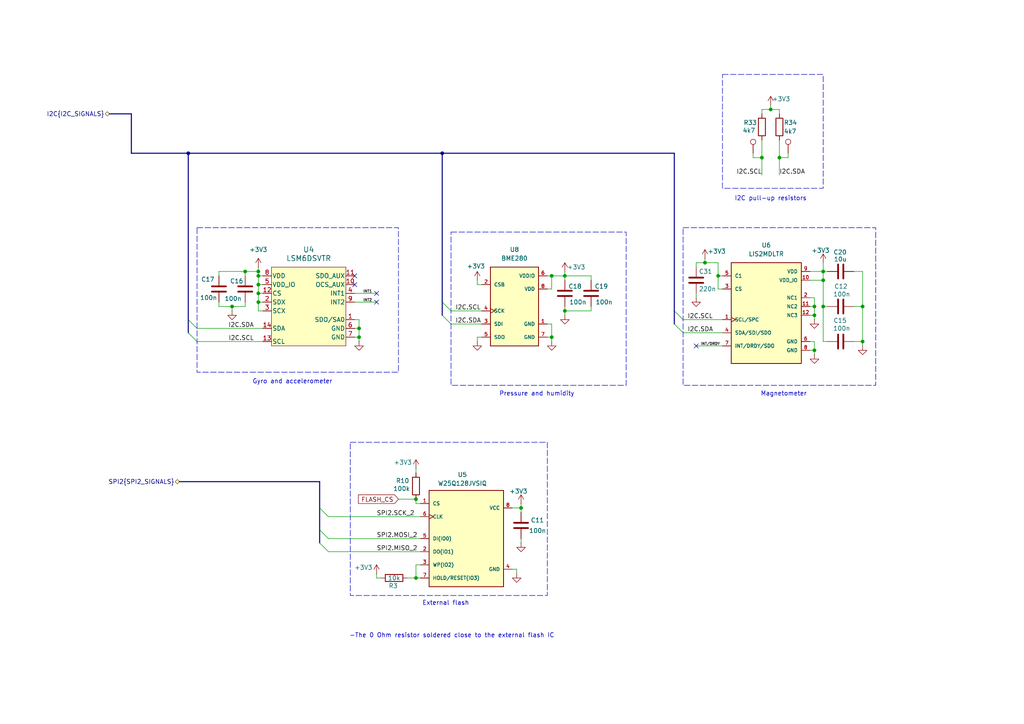
<source format=kicad_sch>
(kicad_sch (version 20250114) (generator "eeschema") (generator_version "9.0")
  (paper "A4")
  (lib_symbols
    (symbol "BME280_1" (pin_names (offset 1.016))
      (property "Reference" "U" (at -10.1662 13.3431 0))
      (property "Value" "BME280" (at -10.4223 -13.4744 0))
      (symbol "BME280_1_0_0"
        (pin input clock (at -12.7 0 0) (length 2.54) (name "SCK") (number "4"))
        (pin power_in line (at 6.35 10.16 180) (length 2.54) (name "VDDIO") (number "6"))
        (pin power_in line (at 6.35 6.35 180) (length 2.54) (name "VDD") (number "8"))
        (pin power_in line (at 6.35 -3.81 180) (length 2.54) (name "GND") (number "1"))
      )
      (symbol "BME280_1_1_0"
        (rectangle (start -10.16 12.7) (end 3.81 -10.16) (stroke (width 0.254)) (fill (type background)))
        (pin passive line (at -12.7 7.62 0) (length 2.54) (name "CSB") (number "2"))
        (pin bidirectional line (at -12.7 -3.81 0) (length 2.54) (name "SDI") (number "3"))
        (pin passive line (at -12.7 -7.62 0) (length 2.54) (name "SDO") (number "5"))
        (pin power_in line (at 6.35 -7.62 180) (length 2.54) (name "GND") (number "7"))
      )
    )
    (symbol "Connector:TestPoint" (pin_numbers (hide yes)) (pin_names (offset 0.762) (hide yes))
      (property "Reference" "TP" (at 0 6.858 0))
      (property "Value" "TestPoint" (at 0 5.08 0))
      (symbol "TestPoint_0_1"
        (circle (center 0 3.302) (radius 0.762))
      )
      (symbol "TestPoint_1_1"
        (pin passive line (at 0 0 90) (length 2.54) (name "1") (number "1"))
      )
    )
    (symbol "Device:C" (pin_numbers (hide yes)) (pin_names (offset 0.254))
      (property "Reference" "C" (at 0.635 2.54 0))
      (property "Value" "C" (at 0.635 -2.54 0))
      (symbol "C_0_1"
        (polyline (pts (xy -2.032 0.762) (xy 2.032 0.762)) (stroke (width 0.508)))
        (polyline (pts (xy -2.032 -0.762) (xy 2.032 -0.762)) (stroke (width 0.508)))
      )
      (symbol "C_1_1"
        (pin passive line (at 0 3.81 270) (length 2.794) (name "~") (number "1"))
        (pin passive line (at 0 -3.81 90) (length 2.794) (name "~") (number "2"))
      )
    )
    (symbol "Device:R" (pin_numbers (hide yes)) (pin_names (offset 0))
      (property "Reference" "R" (at 2.032 0 90))
      (property "Value" "R" (at 0 0 90))
      (symbol "R_0_1"
        (rectangle (start -1.016 -2.54) (end 1.016 2.54) (stroke (width 0.254)))
      )
      (symbol "R_1_1"
        (pin passive line (at 0 3.81 270) (length 1.27) (name "~") (number "1"))
        (pin passive line (at 0 -3.81 90) (length 1.27) (name "~") (number "2"))
      )
    )
    (symbol "gambos-symbols:LIS2MDLTR" (pin_names (offset 1.016))
      (property "Reference" "U" (at -15.24 13.716 0))
      (property "Value" "LIS2MDLTR" (at -15.24 -20.32 0))
      (symbol "LIS2MDLTR_0_0"
        (rectangle (start -15.24 12.7) (end 5.08 -16.51) (stroke (width 0.254)) (fill (type background)))
        (pin passive line (at -17.78 8.89 0) (length 2.54) (name "C1") (number "5"))
        (pin input line (at -17.78 5.08 0) (length 2.54) (name "CS") (number "3"))
        (pin input clock (at -17.78 -3.81 0) (length 2.54) (name "SCL/SPC") (number "1"))
        (pin bidirectional line (at -17.78 -7.62 0) (length 2.54) (name "SDA/SDI/SDO") (number "4"))
        (pin bidirectional line (at -17.78 -11.43 0) (length 2.54) (name "INT/DRDY/SDO") (number "7"))
        (pin power_in line (at 7.62 10.16 180) (length 2.54) (name "VDD") (number "9"))
        (pin power_in line (at 7.62 7.62 180) (length 2.54) (name "VDD_IO") (number "10"))
        (pin passive line (at 7.62 2.54 180) (length 2.54) (name "NC1") (number "2"))
        (pin passive line (at 7.62 0 180) (length 2.54) (name "NC2") (number "11"))
        (pin passive line (at 7.62 -2.54 180) (length 2.54) (name "NC3") (number "12"))
        (pin power_in line (at 7.62 -10.16 180) (length 2.54) (name "GND") (number "6"))
      )
      (symbol "LIS2MDLTR_1_0"
        (pin power_in line (at 7.62 -12.7 180) (length 2.54) (name "GND") (number "8"))
      )
    )
    (symbol "gambos-symbols:LSM6DSVTR" (pin_names (offset 0.254))
      (property "Reference" "U" (at 8.89 6.604 0))
      (property "Value" "LSM6DSVTR" (at 18.034 -21.082 0))
      (symbol "LSM6DSVTR_0_1"
        (pin power_in line (at 31.75 1.27 180) (length 2.54) (name "VDD") (number "8"))
        (pin power_in line (at 31.75 -1.27 180) (length 2.54) (name "VDD_IO") (number "5"))
      )
      (symbol "LSM6DSVTR_1_1"
        (rectangle (start 7.62 3.81) (end 29.21 -19.05) (fill (type color) (color 255 255 194 1)))
        (pin passive line (at 5.08 1.27 0) (length 2.54) (name "SDO_AUX") (number "11"))
        (pin passive line (at 5.08 -1.27 0) (length 2.54) (name "OCS_AUX") (number "10"))
        (pin output line (at 5.08 -3.81 0) (length 2.54) (name "INT1") (number "4"))
        (pin output line (at 5.08 -6.35 0) (length 2.54) (name "INT2") (number "9"))
        (pin passive line (at 5.08 -11.43 0) (length 2.54) (name "SDO/SA0") (number "1"))
        (pin power_in line (at 5.08 -13.97 0) (length 2.54) (name "GND") (number "6"))
        (pin power_in line (at 5.08 -16.51 0) (length 2.54) (name "GND") (number "7"))
        (pin passive line (at 31.75 -3.81 180) (length 2.54) (name "CS") (number "12"))
        (pin passive line (at 31.75 -6.35 180) (length 2.54) (name "SDX") (number "2"))
        (pin passive line (at 31.75 -8.89 180) (length 2.54) (name "SCX") (number "3"))
        (pin bidirectional line (at 31.75 -13.97 180) (length 2.54) (name "SDA") (number "14"))
        (pin bidirectional line (at 31.75 -17.78 180) (length 2.54) (name "SCL") (number "13"))
      )
    )
    (symbol "gambos-symbols:W25Q128JVSIQ" (pin_names (offset 1.016))
      (property "Reference" "U" (at -22.86 16.002 0))
      (property "Value" "W25Q128JVSIQ" (at -22.86 -17.526 0))
      (symbol "W25Q128JVSIQ_0_0"
        (rectangle (start -22.86 15.24) (end -1.27 -12.7) (stroke (width 0.254)) (fill (type background)))
        (pin input clock (at -25.4 7.62 0) (length 2.54) (name "CLK") (number "6"))
        (pin bidirectional line (at -25.4 1.27 0) (length 2.54) (name "DI(IO0)") (number "5"))
        (pin bidirectional line (at -25.4 -2.54 0) (length 2.54) (name "DO(IO1)") (number "2"))
        (pin power_in line (at 1.27 10.16 180) (length 2.54) (name "VCC") (number "8"))
        (pin power_in line (at 1.27 -7.62 180) (length 2.54) (name "GND") (number "4"))
      )
      (symbol "W25Q128JVSIQ_1_0"
        (pin input line (at -25.4 11.43 0) (length 2.54) (name "CS") (number "1"))
        (pin bidirectional line (at -25.4 -6.35 0) (length 2.54) (name "WP(IO2)") (number "3"))
        (pin bidirectional line (at -25.4 -10.16 0) (length 2.54) (name "HOLD/RESET(IO3)") (number "7"))
      )
    )
    (symbol "power:+3V3" (power) (pin_numbers (hide yes)) (pin_names (offset 0) (hide yes))
      (property "Value" "+3V3" (at 0 3.556 0))
      (symbol "+3V3_0_1"
        (polyline (pts (xy -0.762 1.27) (xy 0 2.54)))
        (polyline (pts (xy 0 2.54) (xy 0.762 1.27)))
        (polyline (pts (xy 0 0) (xy 0 2.54)))
      )
      (symbol "+3V3_1_1"
        (pin power_in line (at 0 0 90) (length 0) (name "~") (number "1"))
      )
    )
    (symbol "power:GND" (power) (pin_numbers (hide yes)) (pin_names (offset 0) (hide yes))
      (property "Value" "GND" (at 0 -3.81 0))
      (symbol "GND_0_1"
        (polyline (pts (xy 0 0) (xy 0 -1.27) (xy 1.27 -1.27) (xy 0 -2.54) (xy -1.27 -1.27) (xy 0 -1.27)))
      )
      (symbol "GND_1_1"
        (pin power_in line (at 0 0 270) (length 0) (name "~") (number "1"))
      )
    )
  )
  (rectangle (start 57.15 66.04) (end 115.57 107.95) (stroke (width 0) (type dash)))
  (rectangle (start 209.55 21.59) (end 238.76 54.61) (stroke (width 0) (type dash)))
  (rectangle (start 101.6 128.27) (end 158.75 172.72) (stroke (width 0) (type dash)))
  (rectangle (start 130.81 67.31) (end 181.61 111.76) (stroke (width 0) (type dash)))
  (rectangle (start 198.12 66.04) (end 254 111.76) (stroke (width 0) (type dash)))
  (text "-The 0 Ohm resistor soldered close to the external flash IC" (at 131.064 184.404 0) (effects (font (size 1.27 1.27) (thickness 0.1588))))
  (text "External flash" (at 129.286 175.006 0) (effects (font (size 1.27 1.27) (thickness 0.1588))))
  (text "Gyro and accelerometer" (at 84.836 110.744 0) (effects (font (size 1.27 1.27) (thickness 0.1588))))
  (text "Pressure and humidity" (at 155.702 114.3 0) (effects (font (size 1.27 1.27) (thickness 0.1588))))
  (text "Magnetometer" (at 227.33 114.3 0) (effects (font (size 1.27 1.27) (thickness 0.1588))))
  (text "I2C pull-up resistors" (at 223.52 57.658 0) (effects (font (size 1.27 1.27))))
  (junction (at 120.65 167.64))
  (junction (at 163.83 90.17))
  (junction (at 104.14 95.25))
  (junction (at 128.27 44.45))
  (junction (at 238.76 78.74))
  (junction (at 163.83 80.01))
  (junction (at 74.93 85.09))
  (junction (at 236.22 91.44))
  (junction (at 250.19 99.06))
  (junction (at 220.98 45.72))
  (junction (at 67.31 88.9))
  (junction (at 236.22 101.6))
  (junction (at 204.47 76.2))
  (junction (at 74.93 87.63))
  (junction (at 151.13 147.32))
  (junction (at 54.61 44.45))
  (junction (at 74.93 82.55))
  (junction (at 236.22 88.9))
  (junction (at 223.52 31.75))
  (junction (at 104.14 97.79))
  (junction (at 238.76 81.28))
  (junction (at 74.93 78.74))
  (junction (at 71.12 78.74))
  (junction (at 120.65 144.78))
  (junction (at 226.06 45.72))
  (junction (at 160.02 97.79))
  (junction (at 208.28 80.01))
  (junction (at 160.02 80.01))
  (junction (at 250.19 88.9))
  (junction (at 238.76 88.9))
  (junction (at 74.93 80.01))
  (no_connect (at 109.22 85.09))
  (no_connect (at 102.87 80.01))
  (no_connect (at 201.93 100.33))
  (no_connect (at 109.22 87.63))
  (no_connect (at 102.87 82.55))
  (bus_entry (at 128.27 91.44) (size 2.54 2.54))
  (bus_entry (at 92.71 157.48) (size 2.54 2.54))
  (bus_entry (at 195.58 93.98) (size 2.54 2.54))
  (bus_entry (at 128.27 87.63) (size 2.54 2.54))
  (bus_entry (at 195.58 90.17) (size 2.54 2.54))
  (bus_entry (at 92.71 153.67) (size 2.54 2.54))
  (bus_entry (at 57.15 95.25) (size -2.54 -2.54))
  (bus_entry (at 57.15 99.06) (size -2.54 -2.54))
  (bus_entry (at 92.71 147.32) (size 2.54 2.54))
  (wire (pts (xy 76.2 99.06) (xy 57.15 99.06)))
  (wire (pts (xy 220.98 31.75) (xy 220.98 33.02)))
  (wire (pts (xy 236.22 86.36) (xy 236.22 88.9)))
  (wire (pts (xy 74.93 78.74) (xy 74.93 80.01)))
  (wire (pts (xy 151.13 156.21) (xy 151.13 157.48)))
  (wire (pts (xy 74.93 82.55) (xy 74.93 80.01)))
  (wire (pts (xy 218.44 44.45) (xy 218.44 45.72)))
  (wire (pts (xy 63.5 87.63) (xy 63.5 88.9)))
  (wire (pts (xy 102.87 92.71) (xy 104.14 92.71)))
  (bus (pts (xy 195.58 90.17) (xy 195.58 93.98)))
  (wire (pts (xy 130.81 93.98) (xy 139.7 93.98)))
  (wire (pts (xy 171.45 80.01) (xy 163.83 80.01)))
  (wire (pts (xy 226.06 40.64) (xy 226.06 45.72)))
  (wire (pts (xy 220.98 31.75) (xy 223.52 31.75)))
  (wire (pts (xy 109.22 85.09) (xy 102.87 85.09)))
  (wire (pts (xy 238.76 76.2) (xy 238.76 78.74)))
  (wire (pts (xy 171.45 90.17) (xy 163.83 90.17)))
  (wire (pts (xy 121.92 163.83) (xy 120.65 163.83)))
  (wire (pts (xy 204.47 76.2) (xy 208.28 76.2)))
  (wire (pts (xy 208.28 80.01) (xy 209.55 80.01)))
  (bus (pts (xy 54.61 44.45) (xy 54.61 92.71)))
  (wire (pts (xy 228.6 44.45) (xy 228.6 45.72)))
  (wire (pts (xy 115.57 144.78) (xy 120.65 144.78)))
  (wire (pts (xy 76.2 80.01) (xy 74.93 80.01)))
  (wire (pts (xy 71.12 80.01) (xy 71.12 78.74)))
  (bus (pts (xy 128.27 44.45) (xy 128.27 87.63)))
  (wire (pts (xy 120.65 135.89) (xy 120.65 137.16)))
  (wire (pts (xy 148.59 147.32) (xy 151.13 147.32)))
  (wire (pts (xy 158.75 83.82) (xy 160.02 83.82)))
  (wire (pts (xy 223.52 30.48) (xy 223.52 31.75)))
  (wire (pts (xy 158.75 93.98) (xy 160.02 93.98)))
  (wire (pts (xy 240.03 78.74) (xy 238.76 78.74)))
  (bus (pts (xy 92.71 157.48) (xy 92.71 153.67)))
  (wire (pts (xy 158.75 80.01) (xy 160.02 80.01)))
  (wire (pts (xy 104.14 97.79) (xy 104.14 99.06)))
  (bus (pts (xy 195.58 44.45) (xy 195.58 90.17)))
  (wire (pts (xy 247.65 99.06) (xy 250.19 99.06)))
  (wire (pts (xy 63.5 80.01) (xy 63.5 78.74)))
  (wire (pts (xy 236.22 99.06) (xy 236.22 101.6)))
  (wire (pts (xy 95.25 160.02) (xy 121.92 160.02)))
  (wire (pts (xy 220.98 45.72) (xy 220.98 40.64)))
  (wire (pts (xy 198.12 96.52) (xy 209.55 96.52)))
  (wire (pts (xy 201.93 76.2) (xy 204.47 76.2)))
  (wire (pts (xy 236.22 101.6) (xy 236.22 102.87)))
  (wire (pts (xy 95.25 156.21) (xy 121.92 156.21)))
  (wire (pts (xy 238.76 78.74) (xy 238.76 81.28)))
  (wire (pts (xy 238.76 88.9) (xy 238.76 99.06)))
  (wire (pts (xy 130.81 90.17) (xy 139.7 90.17)))
  (bus (pts (xy 38.1 33.02) (xy 38.1 44.45)))
  (wire (pts (xy 138.43 97.79) (xy 138.43 99.06)))
  (wire (pts (xy 149.86 165.1) (xy 149.86 166.37)))
  (wire (pts (xy 71.12 78.74) (xy 63.5 78.74)))
  (wire (pts (xy 104.14 97.79) (xy 102.87 97.79)))
  (wire (pts (xy 204.47 74.93) (xy 204.47 76.2)))
  (wire (pts (xy 160.02 97.79) (xy 160.02 99.06)))
  (wire (pts (xy 74.93 87.63) (xy 74.93 85.09)))
  (wire (pts (xy 201.93 77.47) (xy 201.93 76.2)))
  (wire (pts (xy 226.06 33.02) (xy 226.06 31.75)))
  (wire (pts (xy 234.95 99.06) (xy 236.22 99.06)))
  (wire (pts (xy 208.28 83.82) (xy 209.55 83.82)))
  (wire (pts (xy 120.65 163.83) (xy 120.65 167.64)))
  (wire (pts (xy 76.2 90.17) (xy 74.93 90.17)))
  (wire (pts (xy 67.31 88.9) (xy 67.31 90.17)))
  (wire (pts (xy 234.95 88.9) (xy 236.22 88.9)))
  (bus (pts (xy 128.27 87.63) (xy 128.27 91.44)))
  (wire (pts (xy 120.65 167.64) (xy 121.92 167.64)))
  (wire (pts (xy 120.65 146.05) (xy 121.92 146.05)))
  (bus (pts (xy 54.61 44.45) (xy 38.1 44.45)))
  (wire (pts (xy 160.02 80.01) (xy 163.83 80.01)))
  (wire (pts (xy 201.93 100.33) (xy 209.55 100.33)))
  (wire (pts (xy 104.14 95.25) (xy 104.14 97.79)))
  (wire (pts (xy 148.59 165.1) (xy 149.86 165.1)))
  (wire (pts (xy 74.93 85.09) (xy 74.93 82.55)))
  (wire (pts (xy 247.65 78.74) (xy 250.19 78.74)))
  (wire (pts (xy 104.14 92.71) (xy 104.14 95.25)))
  (wire (pts (xy 171.45 88.9) (xy 171.45 90.17)))
  (wire (pts (xy 118.11 167.64) (xy 120.65 167.64)))
  (wire (pts (xy 240.03 99.06) (xy 238.76 99.06)))
  (wire (pts (xy 138.43 82.55) (xy 139.7 82.55)))
  (wire (pts (xy 198.12 92.71) (xy 209.55 92.71)))
  (wire (pts (xy 74.93 77.47) (xy 74.93 78.74)))
  (bus (pts (xy 92.71 139.7) (xy 92.71 147.32)))
  (wire (pts (xy 76.2 95.25) (xy 57.15 95.25)))
  (wire (pts (xy 234.95 86.36) (xy 236.22 86.36)))
  (wire (pts (xy 109.22 87.63) (xy 102.87 87.63)))
  (wire (pts (xy 138.43 81.28) (xy 138.43 82.55)))
  (wire (pts (xy 163.83 80.01) (xy 163.83 81.28)))
  (wire (pts (xy 120.65 144.78) (xy 120.65 146.05)))
  (wire (pts (xy 226.06 45.72) (xy 226.06 50.8)))
  (wire (pts (xy 250.19 88.9) (xy 250.19 99.06)))
  (wire (pts (xy 160.02 83.82) (xy 160.02 80.01)))
  (wire (pts (xy 201.93 85.09) (xy 201.93 86.36)))
  (wire (pts (xy 236.22 88.9) (xy 236.22 91.44)))
  (wire (pts (xy 139.7 97.79) (xy 138.43 97.79)))
  (wire (pts (xy 71.12 87.63) (xy 71.12 88.9)))
  (wire (pts (xy 163.83 90.17) (xy 163.83 91.44)))
  (wire (pts (xy 74.93 78.74) (xy 71.12 78.74)))
  (wire (pts (xy 163.83 78.74) (xy 163.83 80.01)))
  (wire (pts (xy 238.76 88.9) (xy 240.03 88.9)))
  (wire (pts (xy 102.87 95.25) (xy 104.14 95.25)))
  (wire (pts (xy 234.95 81.28) (xy 238.76 81.28)))
  (wire (pts (xy 208.28 76.2) (xy 208.28 80.01)))
  (wire (pts (xy 234.95 101.6) (xy 236.22 101.6)))
  (wire (pts (xy 109.22 167.64) (xy 110.49 167.64)))
  (wire (pts (xy 234.95 78.74) (xy 238.76 78.74)))
  (wire (pts (xy 208.28 83.82) (xy 208.28 80.01)))
  (wire (pts (xy 151.13 147.32) (xy 151.13 148.59)))
  (wire (pts (xy 163.83 90.17) (xy 163.83 88.9)))
  (wire (pts (xy 151.13 146.05) (xy 151.13 147.32)))
  (wire (pts (xy 236.22 91.44) (xy 236.22 92.71)))
  (wire (pts (xy 247.65 88.9) (xy 250.19 88.9)))
  (wire (pts (xy 158.75 97.79) (xy 160.02 97.79)))
  (bus (pts (xy 54.61 92.71) (xy 54.61 96.52)))
  (bus (pts (xy 52.07 139.7) (xy 92.71 139.7)))
  (wire (pts (xy 109.22 167.64) (xy 109.22 166.37)))
  (wire (pts (xy 67.31 88.9) (xy 63.5 88.9)))
  (wire (pts (xy 238.76 81.28) (xy 238.76 88.9)))
  (bus (pts (xy 92.71 153.67) (xy 92.71 147.32)))
  (wire (pts (xy 76.2 82.55) (xy 74.93 82.55)))
  (wire (pts (xy 226.06 45.72) (xy 228.6 45.72)))
  (wire (pts (xy 223.52 31.75) (xy 226.06 31.75)))
  (wire (pts (xy 250.19 99.06) (xy 250.19 100.33)))
  (wire (pts (xy 160.02 93.98) (xy 160.02 97.79)))
  (wire (pts (xy 234.95 91.44) (xy 236.22 91.44)))
  (wire (pts (xy 250.19 78.74) (xy 250.19 88.9)))
  (wire (pts (xy 74.93 90.17) (xy 74.93 87.63)))
  (bus (pts (xy 54.61 44.45) (xy 128.27 44.45)))
  (bus (pts (xy 128.27 44.45) (xy 195.58 44.45)))
  (wire (pts (xy 218.44 45.72) (xy 220.98 45.72)))
  (wire (pts (xy 71.12 88.9) (xy 67.31 88.9)))
  (wire (pts (xy 95.25 149.86) (xy 121.92 149.86)))
  (wire (pts (xy 220.98 45.72) (xy 220.98 50.8)))
  (wire (pts (xy 76.2 85.09) (xy 74.93 85.09)))
  (wire (pts (xy 76.2 87.63) (xy 74.93 87.63)))
  (bus (pts (xy 38.1 33.02) (xy 31.75 33.02)))
  (wire (pts (xy 171.45 81.28) (xy 171.45 80.01)))
  (label "I2C.SCL" (at 73.66 99.06 180))
  (label "INT2" (at 107.95 87.63 180) (effects (font (size 0.762 0.762))))
  (label "SPI2.MOSI_2" (at 109.22 156.21 0))
  (label "I2C.SDA" (at 73.66 95.25 180))
  (label "I2C.SDA" (at 199.39 96.52 0))
  (label "I2C.SCL" (at 220.98 50.8 180))
  (label "SPI2.SCK_2" (at 109.22 149.86 0))
  (label "I2C.SDA" (at 132.08 93.98 0))
  (label "SPI2.MISO_2" (at 109.22 160.02 0))
  (label "INT{slash}DRDY" (at 203.2 100.33 0) (effects (font (size 0.762 0.762))))
  (label "I2C.SDA" (at 226.06 50.8 0))
  (label "I2C.SCL" (at 132.08 90.17 0))
  (label "I2C.SCL" (at 199.39 92.71 0))
  (label "INT1" (at 107.95 85.09 180) (effects (font (size 0.762 0.762))))
  (global_label "FLASH_CS" (shape input) (at 115.57 144.78 180) (property "Intersheetrefs" "${INTERSHEET_REFS}" (effects (hide yes))))
  (hierarchical_label "I2C{I2C_SIGNALS}" (shape bidirectional) (at 31.75 33.02 180))
  (hierarchical_label "SPI2{SPI2_SIGNALS}" (shape bidirectional) (at 52.07 139.7 180))
  (symbol (lib_id "power:GND") (at 149.86 166.37 0) (unit 1)
    (property "Reference" "#PWR062" (effects (hide yes)))
    (property "Value" "GND" (effects (hide yes)))
    (property "Description" "Power symbol creates a global label with name \"GND\" , ground" (effects (hide yes)))
  )
  (symbol (lib_id "power:+3V3") (at 138.43 81.28 0) (unit 1)
    (property "Reference" "#PWR045" (effects (hide yes)))
    (property "Value" "+3V3" (at 135.382 77.216 0) (effects (justify left)))
    (property "Description" "Power symbol creates a global label with name \"+3V3\"" (effects (hide yes)))
  )
  (symbol (lib_id "power:+3V3") (at 204.47 74.93 0) (unit 1)
    (property "Reference" "#PWR030" (effects (hide yes)))
    (property "Value" "+3V3" (at 205.232 72.898 0) (effects (justify left)))
    (property "Description" "Power symbol creates a global label with name \"+3V3\"" (effects (hide yes)))
  )
  (symbol (lib_id "Device:C") (at 243.84 99.06 90) (unit 1)
    (property "Reference" "C15" (at 245.618 92.964 90) (effects (justify left)))
    (property "Value" "100n" (at 246.634 95.25 90) (effects (justify left)))
    (property "Footprint" "Capacitor_SMD:C_0603_1608Metric" (effects (hide yes)))
    (property "Description" "Unpolarized capacitor" (effects (hide yes)))
  )
  (symbol (lib_id "gambos-symbols:LSM6DSVTR") (at 107.95 81.28 0) (mirror y) (unit 1)
    (property "Reference" "U4" (at 89.535 72.39 0) (effects (font (size 1.524 1.524))))
    (property "Value" "LSM6DSVTR" (at 89.535 74.93 0) (effects (font (size 1.524 1.524))))
    (property "Footprint" "gambos-pcb:LSM6DSVTR" (effects (hide yes)))
    (property "Datasheet" "https://www.digikey.com/en/products/detail/stmicroelectronics/LSM6DSVTR/17038915" (effects (hide yes)))
    (property "Description" "I2C adress: 110101xb" (effects (hide yes)))
  )
  (symbol (lib_id "Device:C") (at 243.84 88.9 90) (unit 1)
    (property "Reference" "C12" (at 245.872 83.058 90) (effects (justify left)))
    (property "Value" "100n" (at 246.634 85.344 90) (effects (justify left)))
    (property "Footprint" "Capacitor_SMD:C_0603_1608Metric" (effects (hide yes)))
    (property "Description" "Unpolarized capacitor" (effects (hide yes)))
  )
  (symbol (lib_id "Device:R") (at 114.3 167.64 90) (unit 1)
    (property "Reference" "R3" (at 114.046 169.926 90))
    (property "Value" "10k" (at 114.3 167.64 90))
    (property "Footprint" "Resistor_SMD:R_0603_1608Metric" (effects (hide yes)))
    (property "Description" "Resistor" (effects (hide yes)))
  )
  (symbol (lib_id "power:GND") (at 160.02 99.06 0) (unit 1)
    (property "Reference" "#PWR046" (effects (hide yes)))
    (property "Value" "GND" (effects (hide yes)))
    (property "Description" "Power symbol creates a global label with name \"GND\" , ground" (effects (hide yes)))
  )
  (symbol (lib_id "power:GND") (at 250.19 100.33 0) (unit 1)
    (property "Reference" "#PWR032" (effects (hide yes)))
    (property "Value" "GND" (effects (hide yes)))
    (property "Description" "Power symbol creates a global label with name \"GND\" , ground" (effects (hide yes)))
  )
  (symbol (lib_id "gambos-symbols:W25Q128JVSIQ") (at 147.32 157.48 0) (unit 1)
    (property "Reference" "U5" (at 134.112 137.668 0))
    (property "Value" "W25Q128JVSIQ" (at 134.112 140.208 0))
    (property "Footprint" "gambos-pcb:W25Q128JVSIQ" (effects (hide yes)))
    (property "Datasheet" "https://www.digikey.com/en/products/detail/winbond-electronics/W25Q128JVSIQ/5803943" (effects (hide yes)))
  )
  (symbol (lib_id "Device:R") (at 226.06 36.83 0) (unit 1)
    (property "Reference" "R34" (at 227.33 35.56 0) (effects (justify left)))
    (property "Value" "4k7" (at 227.33 38.1 0) (effects (justify left)))
    (property "Footprint" "Resistor_SMD:R_0603_1608Metric" (effects (hide yes)))
    (property "Description" "Resistor" (effects (hide yes)))
  )
  (symbol (lib_id "Device:R") (at 220.98 36.83 0) (unit 1)
    (property "Reference" "R33" (at 215.646 35.56 0) (effects (justify left)))
    (property "Value" "4k7" (at 215.392 37.846 0) (effects (justify left)))
    (property "Footprint" "Resistor_SMD:R_0603_1608Metric" (effects (hide yes)))
    (property "Description" "Resistor" (effects (hide yes)))
  )
  (symbol (lib_id "Device:R") (at 120.65 140.97 0) (unit 1)
    (property "Reference" "R10" (at 114.808 139.446 0) (effects (justify left)))
    (property "Value" "100k" (at 114.046 141.732 0) (effects (justify left)))
    (property "Footprint" "Resistor_SMD:R_0603_1608Metric" (effects (hide yes)))
    (property "Description" "Resistor" (effects (hide yes)))
  )
  (symbol (lib_id "power:GND") (at 67.31 90.17 0) (mirror y) (unit 1)
    (property "Reference" "#PWR022" (effects (hide yes)))
    (property "Value" "GND" (effects (hide yes)))
    (property "Description" "Power symbol creates a global label with name \"GND\" , ground" (effects (hide yes)))
  )
  (symbol (lib_id "power:+3V3") (at 238.76 76.2 0) (unit 1)
    (property "Reference" "#PWR033" (effects (hide yes)))
    (property "Value" "+3V3" (at 237.998 72.644 0))
    (property "Description" "Power symbol creates a global label with name \"+3V3\"" (effects (hide yes)))
  )
  (symbol (lib_id "power:GND") (at 163.83 91.44 0) (unit 1)
    (property "Reference" "#PWR028" (effects (hide yes)))
    (property "Value" "GND" (effects (hide yes)))
    (property "Description" "Power symbol creates a global label with name \"GND\" , ground" (effects (hide yes)))
  )
  (symbol (lib_id "power:+3V3") (at 120.65 135.89 0) (unit 1)
    (property "Reference" "#PWR051" (effects (hide yes)))
    (property "Value" "+3V3" (at 116.84 134.112 0))
    (property "Description" "Power symbol creates a global label with name \"+3V3\"" (effects (hide yes)))
  )
  (symbol (lib_name "BME280_1") (lib_id "gambos-symbols:BME280") (at 152.4 90.17 0) (unit 1)
    (property "Reference" "U8" (at 149.225 72.39 0))
    (property "Value" "BME280" (at 149.225 74.93 0))
    (property "Footprint" "gambos-pcb:BME280" (effects (hide yes)))
    (property "Datasheet" "https://www.digikey.com/en/products/detail/bosch-sensortec/BME280/6136306" (effects (hide yes)))
    (property "Description" "I2C address: 111011xb" (effects (hide yes)))
  )
  (symbol (lib_id "Device:C") (at 163.83 85.09 0) (unit 1)
    (property "Reference" "C18" (at 164.846 83.058 0) (effects (justify left)))
    (property "Value" "100n" (at 165.1 87.63 0) (effects (justify left)))
    (property "Footprint" "Capacitor_SMD:C_0603_1608Metric" (effects (hide yes)))
    (property "Description" "Unpolarized capacitor" (effects (hide yes)))
  )
  (symbol (lib_id "Device:C") (at 151.13 152.4 0) (unit 1)
    (property "Reference" "C11" (at 153.924 150.876 0) (effects (justify left)))
    (property "Value" "100n" (at 153.416 153.924 0) (effects (justify left)))
    (property "Footprint" "Capacitor_SMD:C_0603_1608Metric" (effects (hide yes)))
    (property "Description" "Unpolarized capacitor" (effects (hide yes)))
  )
  (symbol (lib_id "Device:C") (at 63.5 83.82 0) (mirror y) (unit 1)
    (property "Reference" "C17" (at 62.23 81.026 0) (effects (justify left)))
    (property "Value" "100n" (at 62.992 86.36 0) (effects (justify left)))
    (property "Footprint" "Capacitor_SMD:C_0603_1608Metric" (effects (hide yes)))
    (property "Description" "Unpolarized capacitor" (effects (hide yes)))
  )
  (symbol (lib_id "power:GND") (at 236.22 102.87 0) (unit 1)
    (property "Reference" "#PWR031" (effects (hide yes)))
    (property "Value" "GND" (effects (hide yes)))
    (property "Description" "Power symbol creates a global label with name \"GND\" , ground" (effects (hide yes)))
  )
  (symbol (lib_id "power:GND") (at 236.22 92.71 0) (unit 1)
    (property "Reference" "#PWR020" (effects (hide yes)))
    (property "Value" "GND" (effects (hide yes)))
    (property "Description" "Power symbol creates a global label with name \"GND\" , ground" (effects (hide yes)))
  )
  (symbol (lib_id "Device:C") (at 71.12 83.82 0) (mirror y) (unit 1)
    (property "Reference" "C16" (at 70.612 81.534 0) (effects (justify left)))
    (property "Value" "100n" (at 70.104 86.614 0) (effects (justify left)))
    (property "Footprint" "Capacitor_SMD:C_0603_1608Metric" (effects (hide yes)))
    (property "Description" "Unpolarized capacitor" (effects (hide yes)))
  )
  (symbol (lib_id "Device:C") (at 171.45 85.09 0) (unit 1)
    (property "Reference" "C19" (at 172.466 83.058 0) (effects (justify left)))
    (property "Value" "100n" (at 172.72 87.63 0) (effects (justify left)))
    (property "Footprint" "Capacitor_SMD:C_0603_1608Metric" (effects (hide yes)))
    (property "Description" "Unpolarized capacitor" (effects (hide yes)))
  )
  (symbol (lib_id "power:+3V3") (at 163.83 78.74 0) (unit 1)
    (property "Reference" "#PWR050" (effects (hide yes)))
    (property "Value" "+3V3" (at 167.132 77.47 0))
    (property "Description" "Power symbol creates a global label with name \"+3V3\"" (effects (hide yes)))
  )
  (symbol (lib_id "power:GND") (at 151.13 157.48 0) (unit 1)
    (property "Reference" "#PWR025" (effects (hide yes)))
    (property "Value" "GND" (effects (hide yes)))
    (property "Description" "Power symbol creates a global label with name \"GND\" , ground" (effects (hide yes)))
  )
  (symbol (lib_id "power:GND") (at 201.93 86.36 0) (unit 1)
    (property "Reference" "#PWR034" (effects (hide yes)))
    (property "Value" "GND" (effects (hide yes)))
    (property "Description" "Power symbol creates a global label with name \"GND\" , ground" (effects (hide yes)))
  )
  (symbol (lib_id "Device:C") (at 201.93 81.28 0) (unit 1)
    (property "Reference" "C31" (at 202.692 78.74 0) (effects (justify left)))
    (property "Value" "220n" (at 202.692 83.82 0) (effects (justify left)))
    (property "Footprint" "Capacitor_SMD:C_0603_1608Metric" (effects (hide yes)))
    (property "Description" "Unpolarized capacitor" (effects (hide yes)))
  )
  (symbol (lib_id "power:+3V3") (at 151.13 146.05 0) (unit 1)
    (property "Reference" "#PWR027" (effects (hide yes)))
    (property "Value" "+3V3" (at 150.368 142.494 0))
    (property "Description" "Power symbol creates a global label with name \"+3V3\"" (effects (hide yes)))
  )
  (symbol (lib_id "power:+3V3") (at 74.93 77.47 0) (mirror y) (unit 1)
    (property "Reference" "#PWR021" (effects (hide yes)))
    (property "Value" "+3V3" (at 74.93 72.39 0))
    (property "Description" "Power symbol creates a global label with name \"+3V3\"" (effects (hide yes)))
  )
  (symbol (lib_id "gambos-symbols:LIS2MDLTR") (at 227.33 88.9 0) (unit 1)
    (property "Reference" "U6" (at 222.25 71.12 0))
    (property "Value" "LIS2MDLTR" (at 222.25 73.66 0))
    (property "Footprint" "gambos-pcb:LIS2MDLTR" (effects (hide yes)))
    (property "Datasheet" "https://www.digikey.com/en/products/detail/stmicroelectronics/lis2mdltr/7348328" (effects (hide yes)))
    (property "Description" "I2C address: 001111b" (effects (hide yes)))
  )
  (symbol (lib_id "power:GND") (at 104.14 99.06 0) (mirror y) (unit 1)
    (property "Reference" "#PWR019" (effects (hide yes)))
    (property "Value" "GND" (effects (hide yes)))
    (property "Description" "Power symbol creates a global label with name \"GND\" , ground" (effects (hide yes)))
  )
  (symbol (lib_id "power:+3V3") (at 109.22 166.37 0) (unit 1)
    (property "Reference" "#PWR029" (effects (hide yes)))
    (property "Value" "+3V3" (at 105.41 164.592 0))
    (property "Description" "Power symbol creates a global label with name \"+3V3\"" (effects (hide yes)))
  )
  (symbol (lib_id "Connector:TestPoint") (at 218.44 44.45 0) (unit 1)
    (property "Reference" "TP12" (effects (hide yes)))
    (property "Value" "TestPoint" (effects (hide yes)))
    (property "Footprint" "TestPoint:TestPoint_Pad_D1.0mm" (effects (hide yes)))
    (property "Description" "test point" (effects (hide yes)))
  )
  (symbol (lib_id "Device:C") (at 243.84 78.74 90) (unit 1)
    (property "Reference" "C20" (at 245.618 73.152 90) (effects (justify left)))
    (property "Value" "10u" (at 245.618 75.184 90) (effects (justify left)))
    (property "Footprint" "Capacitor_SMD:C_0603_1608Metric" (effects (hide yes)))
    (property "Description" "Unpolarized capacitor" (effects (hide yes)))
  )
  (symbol (lib_id "power:+3V3") (at 223.52 30.48 0) (unit 1)
    (property "Reference" "#PWR023" (effects (hide yes)))
    (property "Value" "+3V3" (at 226.568 28.702 0))
    (property "Description" "Power symbol creates a global label with name \"+3V3\"" (effects (hide yes)))
  )
  (symbol (lib_id "power:GND") (at 138.43 99.06 0) (unit 1)
    (property "Reference" "#PWR026" (effects (hide yes)))
    (property "Value" "GND" (effects (hide yes)))
    (property "Description" "Power symbol creates a global label with name \"GND\" , ground" (effects (hide yes)))
  )
  (symbol (lib_id "Connector:TestPoint") (at 228.6 44.45 0) (unit 1)
    (property "Reference" "TP13" (effects (hide yes)))
    (property "Value" "TestPoint" (effects (hide yes)))
    (property "Footprint" "TestPoint:TestPoint_Pad_D1.0mm" (effects (hide yes)))
    (property "Description" "test point" (effects (hide yes)))
  )
)
</source>
